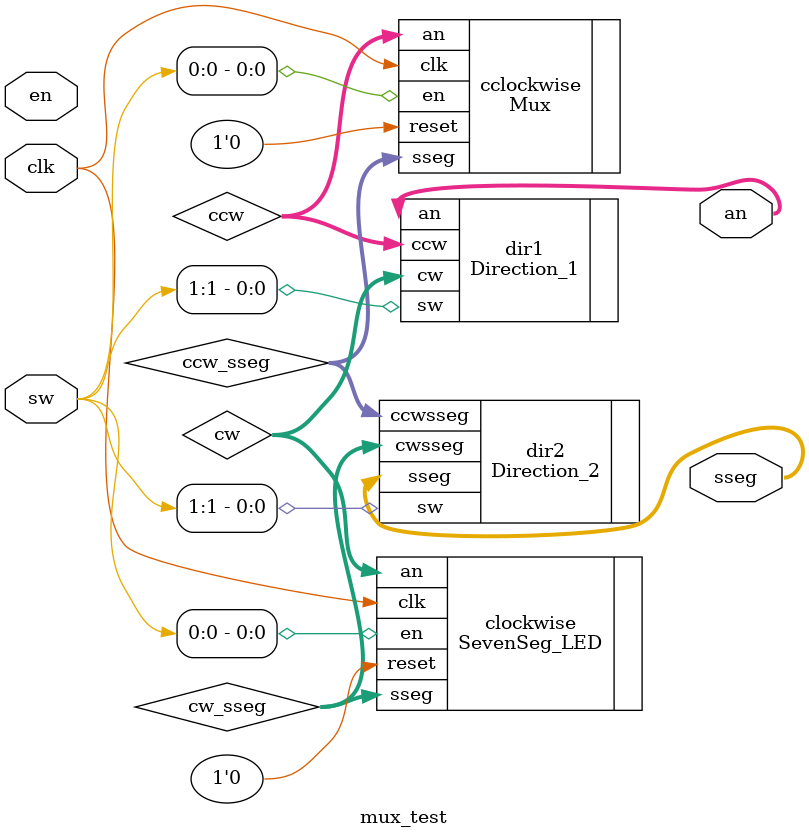
<source format=sv>
`timescale 1ns / 1ps

module mux_test(
input logic clk, en,
input logic [1:0] sw,
output logic [3:0] an,
output logic [7:0] sseg
);
    
    logic [7:0] cw; 
    logic [7:0] ccw;
    logic [7:0] cw_sseg;
    logic [7:0] ccw_sseg;
    
    SevenSeg_LED  clockwise(.clk(clk),.reset(1'b0),.sseg(cw_sseg),.an(cw),.en(sw[0]));

    Mux cclockwise(.clk(clk),.reset(1'b0),.sseg(ccw_sseg),.an(ccw),.en(sw[0]));

    Direction_1 dir1(.sw(sw[1]),.cw(cw),.ccw(ccw),.an(an));

    Direction_2 dir2(.sw(sw[1]),.cwsseg(cw_sseg),.ccwsseg(ccw_sseg),.sseg(sseg));
    
endmodule
</source>
